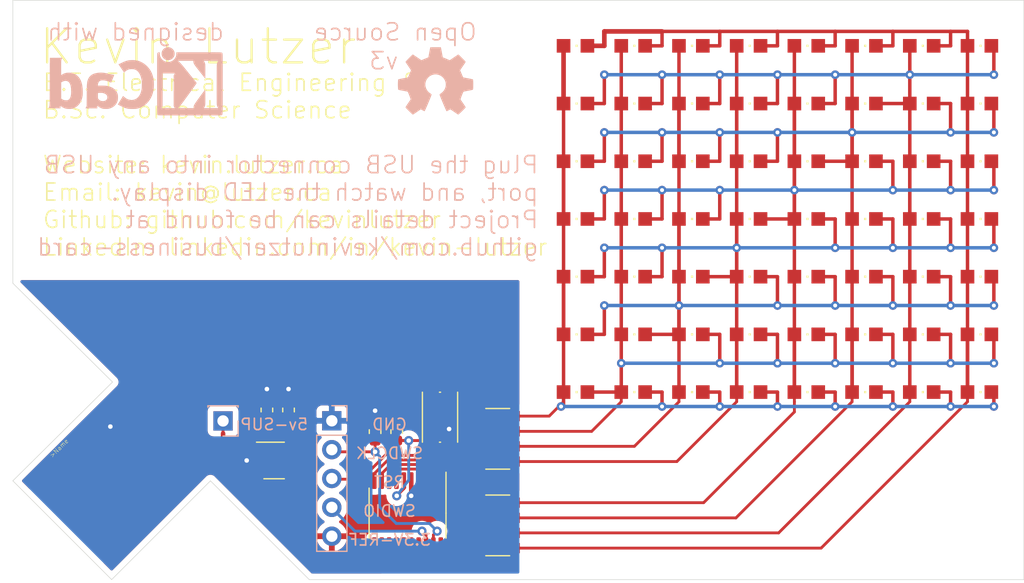
<source format=kicad_pcb>
(kicad_pcb (version 20171130) (host pcbnew "(5.1.5-0-10_14)")
  (layers (0 Top signal) (1 Route2 signal) (2 Route3 signal) (3 Route4 signal) (4 Route5 signal) (5 Route6 signal) (6 Route7 signal) (7 Route8 signal) (8 Route9 signal) (9 Route10 signal) (10 Route11 signal) (11 Route12 signal) (12 Route13 signal) (13 Route14 signal) (14 Route15 signal) (31 Bottom signal) (34 B.Paste user) (35 F.Paste user) (36 B.SilkS user) (37 F.SilkS user) (38 B.Mask user) (39 F.Mask user) (44 Edge.Cuts user))
  (net 0 "")
  (net 1 GND)
  (net 2 "Net-(LED1-PadA)")
  (net 3 "Net-(LED10-PadA)")
  (net 4 "Net-(LED11-PadA)")
  (net 5 "Net-(LED12-PadA)")
  (net 6 "Net-(LED13-PadA)")
  (net 7 "Net-(LED14-PadA)")
  (net 8 "Net-(LED10-PadC)")
  (net 9 "Net-(LED1-PadC)")
  (net 10 +5V)
  (net 11 +3V3)
  (net 12 RST)
  (net 13 SWDIO)
  (net 14 PING)
  (net 15 PINF)
  (net 16 PINE)
  (net 17 PIND)
  (net 18 PINC)
  (net 19 PINB)
  (net 20 PINH)
  (net 21 PINA)
  (net 22 SWDCLK-BOOT0)
  (module Symbol:OSHW-Symbol_6.7x6mm_SilkScreen (layer Bottom) (at 141.224 86.614 180)
    (fp_text reference REF** hide)
    (fp_text value OSHW-Symbol_6.7x6mm_SilkScreen hide)
  )
  (module Symbol:KiCad-Logo_6mm_SilkScreen (layer Bottom) (at 114.808 86.614 180)
    (fp_text reference REF** hide)
    (fp_text value KiCad-Logo_6mm_SilkScreen hide)
  )
  (module business_card_v1:USB-A-PCB (layer Top) (at 111.96828 122.5423 45)
    (fp_text reference JP1 hide)
    (fp_text value USBPCB hide)
    (fp_text user >Name (at -1.27 -5.08 45) (layer F.SilkS) (effects (font (size 0.38608 0.38608) (thickness 0.032512)) (justify left bottom)))
    (pad GND smd rect (at -0.2 -3.5 45) (size 7.5 1.5) (layers Top F.Paste F.Mask) (net 1 GND))
    (pad USB_P smd rect (at 0.3 -1 45) (size 6.5 1) (layers Top F.Paste F.Mask))
    (pad USB_M smd rect (at 0.3 1 45) (size 6.5 1) (layers Top F.Paste F.Mask))
    (pad 5V smd rect (at -0.2 3.5 45) (size 7.5 1.5) (layers Top F.Paste F.Mask) (net 10 +5V))
  )
  (module Connector_PinSocket_2.54mm:PinSocket_1x01_P2.54mm_Vertical (layer Bottom) (at 122.5042 116.5352)
    (fp_text reference J2 hide)
    (fp_text value Conn_01x01_Male hide)
    (pad 1 thru_hole rect (at 0 0) (size 1.7 1.7) (drill 1) (layers *.Cu *.Mask) (net 10 +5V))
  )
  (module Button_Switch_SMD:SW_Push_1P1T_NO_CK_KMR2 (layer Top) (at 141.605 116.205 90)
    (fp_text reference SW1 hide)
    (fp_text value SW_SPST hide)
    (pad 2 smd rect (at 2.05 0.8 90) (size 0.9 1) (layers Top F.Paste F.Mask) (net 1 GND))
    (pad 1 smd rect (at 2.05 -0.8 90) (size 0.9 1) (layers Top F.Paste F.Mask) (net 12 RST))
    (pad 2 smd rect (at -2.05 0.8 90) (size 0.9 1) (layers Top F.Paste F.Mask) (net 1 GND))
    (pad 1 smd rect (at -2.05 -0.8 90) (size 0.9 1) (layers Top F.Paste F.Mask) (net 12 RST))
  )
  (module Resistor_SMD:R_0603_1608Metric (layer Top) (at 135.89 117.475 90)
    (fp_text reference R1 hide)
    (fp_text value 10K hide)
    (pad 2 smd roundrect (at 0.7875 0 90) (size 0.875 0.95) (layers Top F.Paste F.Mask) (net 1 GND))
    (pad 1 smd roundrect (at -0.7875 0 90) (size 0.875 0.95) (layers Top F.Paste F.Mask) (net 22 SWDCLK-BOOT0))
  )
  (module Resistor_SMD:R_Array_Convex_4x1206 (layer Top) (at 146.685 125.73)
    (fp_text reference RN2 hide)
    (fp_text value R_Pack04 hide)
    (pad 6 smd rect (at 1.5 0.66) (size 0.9 0.9) (layers Top F.Paste F.Mask) (net 8 "Net-(LED10-PadC)"))
    (pad 5 smd rect (at 1.5 2) (size 0.9 0.9) (layers Top F.Paste F.Mask) (net 9 "Net-(LED1-PadC)"))
    (pad 8 smd rect (at 1.5 -2) (size 0.9 0.9) (layers Top F.Paste F.Mask) (net 6 "Net-(LED13-PadA)"))
    (pad 7 smd rect (at 1.5 -0.66) (size 0.9 0.9) (layers Top F.Paste F.Mask) (net 7 "Net-(LED14-PadA)"))
    (pad 3 smd rect (at -1.5 0.66) (size 0.9 0.9) (layers Top F.Paste F.Mask) (net 14 PING))
    (pad 2 smd rect (at -1.5 -0.66) (size 0.9 0.9) (layers Top F.Paste F.Mask) (net 15 PINF))
    (pad 4 smd rect (at -1.5 2) (size 0.9 0.9) (layers Top F.Paste F.Mask) (net 20 PINH))
    (pad 1 smd rect (at -1.5 -2) (size 0.9 0.9) (layers Top F.Paste F.Mask) (net 16 PINE))
  )
  (module Resistor_SMD:R_Array_Convex_4x1206 (layer Top) (at 146.685 118.11)
    (fp_text reference RN1 hide)
    (fp_text value R_Pack04 hide)
    (pad 6 smd rect (at 1.5 0.66) (size 0.9 0.9) (layers Top F.Paste F.Mask) (net 4 "Net-(LED11-PadA)"))
    (pad 5 smd rect (at 1.5 2) (size 0.9 0.9) (layers Top F.Paste F.Mask) (net 5 "Net-(LED12-PadA)"))
    (pad 8 smd rect (at 1.5 -2) (size 0.9 0.9) (layers Top F.Paste F.Mask) (net 2 "Net-(LED1-PadA)"))
    (pad 7 smd rect (at 1.5 -0.66) (size 0.9 0.9) (layers Top F.Paste F.Mask) (net 3 "Net-(LED10-PadA)"))
    (pad 3 smd rect (at -1.5 0.66) (size 0.9 0.9) (layers Top F.Paste F.Mask) (net 18 PINC))
    (pad 2 smd rect (at -1.5 -0.66) (size 0.9 0.9) (layers Top F.Paste F.Mask) (net 19 PINB))
    (pad 4 smd rect (at -1.5 2) (size 0.9 0.9) (layers Top F.Paste F.Mask) (net 17 PIND))
    (pad 1 smd rect (at -1.5 -2) (size 0.9 0.9) (layers Top F.Paste F.Mask) (net 21 PINA))
  )
  (module Resistor_SMD:R_0603_1608Metric (layer Top) (at 137.795 117.475 90)
    (fp_text reference R10 hide)
    (fp_text value 10K hide)
    (pad 2 smd roundrect (at 0.7875 0 90) (size 0.875 0.95) (layers Top F.Paste F.Mask) (net 11 +3V3))
    (pad 1 smd roundrect (at -0.7875 0 90) (size 0.875 0.95) (layers Top F.Paste F.Mask) (net 12 RST))
  )
  (module Capacitor_SMD:C_0603_1608Metric (layer Top) (at 128.27 115.57 90)
    (fp_text reference C3 hide)
    (fp_text value 1u hide)
    (pad 2 smd roundrect (at 0.7875 0 90) (size 0.875 0.95) (layers Top F.Paste F.Mask) (net 1 GND))
    (pad 1 smd roundrect (at -0.7875 0 90) (size 0.875 0.95) (layers Top F.Paste F.Mask) (net 11 +3V3))
  )
  (module Capacitor_SMD:C_0603_1608Metric (layer Top) (at 126.365 115.57 90)
    (fp_text reference C2 hide)
    (fp_text value 1u hide)
    (pad 1 smd roundrect (at -0.7875 0 90) (size 0.875 0.95) (layers Top F.Paste F.Mask) (net 10 +5V))
    (pad 2 smd roundrect (at 0.7875 0 90) (size 0.875 0.95) (layers Top F.Paste F.Mask) (net 1 GND))
  )
  (module Package_SO:TSSOP-20_4.4x6.5mm_P0.65mm (layer Top) (at 138.7475 124.6505 270)
    (fp_text reference U2 hide)
    (fp_text value STM32G030F6P6 hide)
    (pad 20 smd roundrect (at 2.8625 -2.925 270) (size 1.475 0.4) (layers Top F.Paste F.Mask))
    (pad 19 smd roundrect (at 2.8625 -2.275 270) (size 1.475 0.4) (layers Top F.Paste F.Mask) (net 22 SWDCLK-BOOT0))
    (pad 18 smd roundrect (at 2.8625 -1.625 270) (size 1.475 0.4) (layers Top F.Paste F.Mask) (net 13 SWDIO))
    (pad 17 smd roundrect (at 2.8625 -0.975 270) (size 1.475 0.4) (layers Top F.Paste F.Mask))
    (pad 16 smd roundrect (at 2.8625 -0.325 270) (size 1.475 0.4) (layers Top F.Paste F.Mask))
    (pad 15 smd roundrect (at 2.8625 0.325 270) (size 1.475 0.4) (layers Top F.Paste F.Mask))
    (pad 14 smd roundrect (at 2.8625 0.975 270) (size 1.475 0.4) (layers Top F.Paste F.Mask) (net 20 PINH))
    (pad 13 smd roundrect (at 2.8625 1.625 270) (size 1.475 0.4) (layers Top F.Paste F.Mask) (net 14 PING))
    (pad 12 smd roundrect (at 2.8625 2.275 270) (size 1.475 0.4) (layers Top F.Paste F.Mask) (net 15 PINF))
    (pad 11 smd roundrect (at 2.8625 2.925 270) (size 1.475 0.4) (layers Top F.Paste F.Mask) (net 16 PINE))
    (pad 10 smd roundrect (at -2.8625 2.925 270) (size 1.475 0.4) (layers Top F.Paste F.Mask) (net 17 PIND))
    (pad 9 smd roundrect (at -2.8625 2.275 270) (size 1.475 0.4) (layers Top F.Paste F.Mask) (net 18 PINC))
    (pad 8 smd roundrect (at -2.8625 1.625 270) (size 1.475 0.4) (layers Top F.Paste F.Mask) (net 19 PINB))
    (pad 7 smd roundrect (at -2.8625 0.975 270) (size 1.475 0.4) (layers Top F.Paste F.Mask) (net 21 PINA))
    (pad 6 smd roundrect (at -2.8625 0.325 270) (size 1.475 0.4) (layers Top F.Paste F.Mask) (net 12 RST))
    (pad 5 smd roundrect (at -2.8625 -0.325 270) (size 1.475 0.4) (layers Top F.Paste F.Mask) (net 1 GND))
    (pad 4 smd roundrect (at -2.8625 -0.975 270) (size 1.475 0.4) (layers Top F.Paste F.Mask) (net 11 +3V3))
    (pad 3 smd roundrect (at -2.8625 -1.625 270) (size 1.475 0.4) (layers Top F.Paste F.Mask))
    (pad 2 smd roundrect (at -2.8625 -2.275 270) (size 1.475 0.4) (layers Top F.Paste F.Mask))
    (pad 1 smd roundrect (at -2.8625 -2.925 270) (size 1.475 0.4) (layers Top F.Paste F.Mask))
  )
  (module Package_TO_SOT_SMD:SOT-23-5 (layer Top) (at 127 120.015)
    (fp_text reference U1 hide)
    (fp_text value MIC5504-3.3YM5 hide)
    (pad 5 smd rect (at 1.1 -0.95) (size 1.06 0.65) (layers Top F.Paste F.Mask) (net 11 +3V3))
    (pad 4 smd rect (at 1.1 0.95) (size 1.06 0.65) (layers Top F.Paste F.Mask))
    (pad 3 smd rect (at -1.1 0.95) (size 1.06 0.65) (layers Top F.Paste F.Mask) (net 10 +5V))
    (pad 2 smd rect (at -1.1 0) (size 1.06 0.65) (layers Top F.Paste F.Mask) (net 1 GND))
    (pad 1 smd rect (at -1.1 -0.95) (size 1.06 0.65) (layers Top F.Paste F.Mask) (net 10 +5V))
  )
  (module Connector_PinHeader_2.54mm:PinHeader_1x05_P2.54mm_Vertical (layer Bottom) (at 132.08 116.5225 180)
    (fp_text reference J1 hide)
    (fp_text value Conn_01x05_Male hide)
    (pad 5 thru_hole oval (at 0 -10.16 180) (size 1.7 1.7) (drill 1) (layers *.Cu *.Mask) (net 11 +3V3))
    (pad 4 thru_hole oval (at 0 -7.62 180) (size 1.7 1.7) (drill 1) (layers *.Cu *.Mask) (net 13 SWDIO))
    (pad 3 thru_hole oval (at 0 -5.08 180) (size 1.7 1.7) (drill 1) (layers *.Cu *.Mask) (net 12 RST))
    (pad 2 thru_hole oval (at 0 -2.54 180) (size 1.7 1.7) (drill 1) (layers *.Cu *.Mask) (net 22 SWDCLK-BOOT0))
    (pad 1 thru_hole rect (at 0 0 180) (size 1.7 1.7) (drill 1) (layers *.Cu *.Mask) (net 1 GND))
  )
  (module business_card_v1:CHIPLED_0805 (layer Top) (at 158.6111 88.5936 270)
    (fp_text reference LED10 hide)
    (fp_text value LEDCHIPLED_0805 hide)
    (pad A smd rect (at 0 1.05 270) (size 1.2 1.2) (layers Top F.Paste F.Mask) (net 3 "Net-(LED10-PadA)"))
    (pad C smd rect (at 0 -1.05 270) (size 1.2 1.2) (layers Top F.Paste F.Mask) (net 8 "Net-(LED10-PadC)"))
  )
  (module business_card_v1:CHIPLED_0805 (layer Top) (at 163.6911 88.5936 270)
    (fp_text reference LED11 hide)
    (fp_text value LEDCHIPLED_0805 hide)
    (pad A smd rect (at 0 1.05 270) (size 1.2 1.2) (layers Top F.Paste F.Mask) (net 4 "Net-(LED11-PadA)"))
    (pad C smd rect (at 0 -1.05 270) (size 1.2 1.2) (layers Top F.Paste F.Mask) (net 8 "Net-(LED10-PadC)"))
  )
  (module business_card_v1:CHIPLED_0805 (layer Top) (at 168.7711 88.5936 270)
    (fp_text reference LED12 hide)
    (fp_text value LEDCHIPLED_0805 hide)
    (pad A smd rect (at 0 1.05 270) (size 1.2 1.2) (layers Top F.Paste F.Mask) (net 5 "Net-(LED12-PadA)"))
    (pad C smd rect (at 0 -1.05 270) (size 1.2 1.2) (layers Top F.Paste F.Mask) (net 8 "Net-(LED10-PadC)"))
  )
  (module business_card_v1:CHIPLED_0805 (layer Top) (at 173.8511 88.5936 270)
    (fp_text reference LED13 hide)
    (fp_text value LEDCHIPLED_0805 hide)
    (pad A smd rect (at 0 1.05 270) (size 1.2 1.2) (layers Top F.Paste F.Mask) (net 6 "Net-(LED13-PadA)"))
    (pad C smd rect (at 0 -1.05 270) (size 1.2 1.2) (layers Top F.Paste F.Mask) (net 8 "Net-(LED10-PadC)"))
  )
  (module business_card_v1:CHIPLED_0805 (layer Top) (at 178.9311 88.5936 270)
    (fp_text reference LED14 hide)
    (fp_text value LEDCHIPLED_0805 hide)
    (pad A smd rect (at 0 1.05 270) (size 1.2 1.2) (layers Top F.Paste F.Mask) (net 7 "Net-(LED14-PadA)"))
    (pad C smd rect (at 0 -1.05 270) (size 1.2 1.2) (layers Top F.Paste F.Mask) (net 8 "Net-(LED10-PadC)"))
  )
  (module business_card_v1:CHIPLED_0805 (layer Top) (at 184.0111 88.5936 270)
    (fp_text reference LED15 hide)
    (fp_text value LEDCHIPLED_0805 hide)
    (pad A smd rect (at 0 1.05 270) (size 1.2 1.2) (layers Top F.Paste F.Mask) (net 8 "Net-(LED10-PadC)"))
    (pad C smd rect (at 0 -1.05 270) (size 1.2 1.2) (layers Top F.Paste F.Mask) (net 7 "Net-(LED14-PadA)"))
  )
  (module business_card_v1:CHIPLED_0805 (layer Top) (at 189.0911 88.5936 270)
    (fp_text reference LED16 hide)
    (fp_text value LEDCHIPLED_0805 hide)
    (pad A smd rect (at 0 1.05 270) (size 1.2 1.2) (layers Top F.Paste F.Mask) (net 9 "Net-(LED1-PadC)"))
    (pad C smd rect (at 0 -1.05 270) (size 1.2 1.2) (layers Top F.Paste F.Mask) (net 7 "Net-(LED14-PadA)"))
  )
  (module business_card_v1:CHIPLED_0805 (layer Top) (at 153.5311 93.6736 270)
    (fp_text reference LED17 hide)
    (fp_text value LEDCHIPLED_0805 hide)
    (pad A smd rect (at 0 1.05 270) (size 1.2 1.2) (layers Top F.Paste F.Mask) (net 2 "Net-(LED1-PadA)"))
    (pad C smd rect (at 0 -1.05 270) (size 1.2 1.2) (layers Top F.Paste F.Mask) (net 7 "Net-(LED14-PadA)"))
  )
  (module business_card_v1:CHIPLED_0805 (layer Top) (at 158.6111 93.6736 270)
    (fp_text reference LED18 hide)
    (fp_text value LEDCHIPLED_0805 hide)
    (pad A smd rect (at 0 1.05 270) (size 1.2 1.2) (layers Top F.Paste F.Mask) (net 3 "Net-(LED10-PadA)"))
    (pad C smd rect (at 0 -1.05 270) (size 1.2 1.2) (layers Top F.Paste F.Mask) (net 7 "Net-(LED14-PadA)"))
  )
  (module business_card_v1:CHIPLED_0805 (layer Top) (at 163.6911 93.6736 270)
    (fp_text reference LED19 hide)
    (fp_text value LEDCHIPLED_0805 hide)
    (pad A smd rect (at 0 1.05 270) (size 1.2 1.2) (layers Top F.Paste F.Mask) (net 4 "Net-(LED11-PadA)"))
    (pad C smd rect (at 0 -1.05 270) (size 1.2 1.2) (layers Top F.Paste F.Mask) (net 7 "Net-(LED14-PadA)"))
  )
  (module business_card_v1:CHIPLED_0805 (layer Top) (at 158.6111 83.5136 270)
    (fp_text reference LED2 hide)
    (fp_text value LEDCHIPLED_0805 hide)
    (pad A smd rect (at 0 1.05 270) (size 1.2 1.2) (layers Top F.Paste F.Mask) (net 3 "Net-(LED10-PadA)"))
    (pad C smd rect (at 0 -1.05 270) (size 1.2 1.2) (layers Top F.Paste F.Mask) (net 9 "Net-(LED1-PadC)"))
  )
  (module business_card_v1:CHIPLED_0805 (layer Top) (at 168.7711 93.6736 270)
    (fp_text reference LED20 hide)
    (fp_text value LEDCHIPLED_0805 hide)
    (pad A smd rect (at 0 1.05 270) (size 1.2 1.2) (layers Top F.Paste F.Mask) (net 5 "Net-(LED12-PadA)"))
    (pad C smd rect (at 0 -1.05 270) (size 1.2 1.2) (layers Top F.Paste F.Mask) (net 7 "Net-(LED14-PadA)"))
  )
  (module business_card_v1:CHIPLED_0805 (layer Top) (at 173.8511 93.6736 270)
    (fp_text reference LED21 hide)
    (fp_text value LEDCHIPLED_0805 hide)
    (pad A smd rect (at 0 1.05 270) (size 1.2 1.2) (layers Top F.Paste F.Mask) (net 6 "Net-(LED13-PadA)"))
    (pad C smd rect (at 0 -1.05 270) (size 1.2 1.2) (layers Top F.Paste F.Mask) (net 7 "Net-(LED14-PadA)"))
  )
  (module business_card_v1:CHIPLED_0805 (layer Top) (at 178.9311 93.6736 270)
    (fp_text reference LED22 hide)
    (fp_text value LEDCHIPLED_0805 hide)
    (pad A smd rect (at 0 1.05 270) (size 1.2 1.2) (layers Top F.Paste F.Mask) (net 7 "Net-(LED14-PadA)"))
    (pad C smd rect (at 0 -1.05 270) (size 1.2 1.2) (layers Top F.Paste F.Mask) (net 6 "Net-(LED13-PadA)"))
  )
  (module business_card_v1:CHIPLED_0805 (layer Top) (at 184.0111 93.6736 270)
    (fp_text reference LED23 hide)
    (fp_text value LEDCHIPLED_0805 hide)
    (pad A smd rect (at 0 1.05 270) (size 1.2 1.2) (layers Top F.Paste F.Mask) (net 8 "Net-(LED10-PadC)"))
    (pad C smd rect (at 0 -1.05 270) (size 1.2 1.2) (layers Top F.Paste F.Mask) (net 6 "Net-(LED13-PadA)"))
  )
  (module business_card_v1:CHIPLED_0805 (layer Top) (at 189.0911 93.6736 270)
    (fp_text reference LED24 hide)
    (fp_text value LEDCHIPLED_0805 hide)
    (pad A smd rect (at 0 1.05 270) (size 1.2 1.2) (layers Top F.Paste F.Mask) (net 9 "Net-(LED1-PadC)"))
    (pad C smd rect (at 0 -1.05 270) (size 1.2 1.2) (layers Top F.Paste F.Mask) (net 6 "Net-(LED13-PadA)"))
  )
  (module business_card_v1:CHIPLED_0805 (layer Top) (at 153.5311 98.7536 270)
    (fp_text reference LED25 hide)
    (fp_text value LEDCHIPLED_0805 hide)
    (pad A smd rect (at 0 1.05 270) (size 1.2 1.2) (layers Top F.Paste F.Mask) (net 2 "Net-(LED1-PadA)"))
    (pad C smd rect (at 0 -1.05 270) (size 1.2 1.2) (layers Top F.Paste F.Mask) (net 6 "Net-(LED13-PadA)"))
  )
  (module business_card_v1:CHIPLED_0805 (layer Top) (at 158.6111 98.7536 270)
    (fp_text reference LED26 hide)
    (fp_text value LEDCHIPLED_0805 hide)
    (pad A smd rect (at 0 1.05 270) (size 1.2 1.2) (layers Top F.Paste F.Mask) (net 3 "Net-(LED10-PadA)"))
    (pad C smd rect (at 0 -1.05 270) (size 1.2 1.2) (layers Top F.Paste F.Mask) (net 6 "Net-(LED13-PadA)"))
  )
  (module business_card_v1:CHIPLED_0805 (layer Top) (at 163.6911 98.7536 270)
    (fp_text reference LED27 hide)
    (fp_text value LEDCHIPLED_0805 hide)
    (pad A smd rect (at 0 1.05 270) (size 1.2 1.2) (layers Top F.Paste F.Mask) (net 4 "Net-(LED11-PadA)"))
    (pad C smd rect (at 0 -1.05 270) (size 1.2 1.2) (layers Top F.Paste F.Mask) (net 6 "Net-(LED13-PadA)"))
  )
  (module business_card_v1:CHIPLED_0805 (layer Top) (at 168.7711 98.7536 270)
    (fp_text reference LED28 hide)
    (fp_text value LEDCHIPLED_0805 hide)
    (pad A smd rect (at 0 1.05 270) (size 1.2 1.2) (layers Top F.Paste F.Mask) (net 5 "Net-(LED12-PadA)"))
    (pad C smd rect (at 0 -1.05 270) (size 1.2 1.2) (layers Top F.Paste F.Mask) (net 6 "Net-(LED13-PadA)"))
  )
  (module business_card_v1:CHIPLED_0805 (layer Top) (at 173.8511 98.7536 270)
    (fp_text reference LED29 hide)
    (fp_text value LEDCHIPLED_0805 hide)
    (pad A smd rect (at 0 1.05 270) (size 1.2 1.2) (layers Top F.Paste F.Mask) (net 6 "Net-(LED13-PadA)"))
    (pad C smd rect (at 0 -1.05 270) (size 1.2 1.2) (layers Top F.Paste F.Mask) (net 5 "Net-(LED12-PadA)"))
  )
  (module business_card_v1:CHIPLED_0805 (layer Top) (at 163.6911 83.5136 270)
    (fp_text reference LED3 hide)
    (fp_text value LEDCHIPLED_0805 hide)
    (pad A smd rect (at 0 1.05 270) (size 1.2 1.2) (layers Top F.Paste F.Mask) (net 4 "Net-(LED11-PadA)"))
    (pad C smd rect (at 0 -1.05 270) (size 1.2 1.2) (layers Top F.Paste F.Mask) (net 9 "Net-(LED1-PadC)"))
  )
  (module business_card_v1:CHIPLED_0805 (layer Top) (at 178.9311 98.7536 270)
    (fp_text reference LED30 hide)
    (fp_text value LEDCHIPLED_0805 hide)
    (pad A smd rect (at 0 1.05 270) (size 1.2 1.2) (layers Top F.Paste F.Mask) (net 7 "Net-(LED14-PadA)"))
    (pad C smd rect (at 0 -1.05 270) (size 1.2 1.2) (layers Top F.Paste F.Mask) (net 5 "Net-(LED12-PadA)"))
  )
  (module business_card_v1:CHIPLED_0805 (layer Top) (at 184.0111 98.7536 270)
    (fp_text reference LED31 hide)
    (fp_text value LEDCHIPLED_0805 hide)
    (pad A smd rect (at 0 1.05 270) (size 1.2 1.2) (layers Top F.Paste F.Mask) (net 8 "Net-(LED10-PadC)"))
    (pad C smd rect (at 0 -1.05 270) (size 1.2 1.2) (layers Top F.Paste F.Mask) (net 5 "Net-(LED12-PadA)"))
  )
  (module business_card_v1:CHIPLED_0805 (layer Top) (at 189.0911 98.7536 270)
    (fp_text reference LED32 hide)
    (fp_text value LEDCHIPLED_0805 hide)
    (pad A smd rect (at 0 1.05 270) (size 1.2 1.2) (layers Top F.Paste F.Mask) (net 9 "Net-(LED1-PadC)"))
    (pad C smd rect (at 0 -1.05 270) (size 1.2 1.2) (layers Top F.Paste F.Mask) (net 5 "Net-(LED12-PadA)"))
  )
  (module business_card_v1:CHIPLED_0805 (layer Top) (at 153.5311 103.8336 270)
    (fp_text reference LED33 hide)
    (fp_text value LEDCHIPLED_0805 hide)
    (pad A smd rect (at 0 1.05 270) (size 1.2 1.2) (layers Top F.Paste F.Mask) (net 2 "Net-(LED1-PadA)"))
    (pad C smd rect (at 0 -1.05 270) (size 1.2 1.2) (layers Top F.Paste F.Mask) (net 5 "Net-(LED12-PadA)"))
  )
  (module business_card_v1:CHIPLED_0805 (layer Top) (at 158.6111 103.8336 270)
    (fp_text reference LED34 hide)
    (fp_text value LEDCHIPLED_0805 hide)
    (pad A smd rect (at 0 1.05 270) (size 1.2 1.2) (layers Top F.Paste F.Mask) (net 3 "Net-(LED10-PadA)"))
    (pad C smd rect (at 0 -1.05 270) (size 1.2 1.2) (layers Top F.Paste F.Mask) (net 5 "Net-(LED12-PadA)"))
  )
  (module business_card_v1:CHIPLED_0805 (layer Top) (at 163.6911 103.8336 270)
    (fp_text reference LED35 hide)
    (fp_text value LEDCHIPLED_0805 hide)
    (pad A smd rect (at 0 1.05 270) (size 1.2 1.2) (layers Top F.Paste F.Mask) (net 4 "Net-(LED11-PadA)"))
    (pad C smd rect (at 0 -1.05 270) (size 1.2 1.2) (layers Top F.Paste F.Mask) (net 5 "Net-(LED12-PadA)"))
  )
  (module business_card_v1:CHIPLED_0805 (layer Top) (at 168.7711 103.8336 270)
    (fp_text reference LED36 hide)
    (fp_text value LEDCHIPLED_0805 hide)
    (pad A smd rect (at 0 1.05 270) (size 1.2 1.2) (layers Top F.Paste F.Mask) (net 5 "Net-(LED12-PadA)"))
    (pad C smd rect (at 0 -1.05 270) (size 1.2 1.2) (layers Top F.Paste F.Mask) (net 4 "Net-(LED11-PadA)"))
  )
  (module business_card_v1:CHIPLED_0805 (layer Top) (at 173.8511 103.8336 270)
    (fp_text reference LED37 hide)
    (fp_text value LEDCHIPLED_0805 hide)
    (pad A smd rect (at 0 1.05 270) (size 1.2 1.2) (layers Top F.Paste F.Mask) (net 6 "Net-(LED13-PadA)"))
    (pad C smd rect (at 0 -1.05 270) (size 1.2 1.2) (layers Top F.Paste F.Mask) (net 4 "Net-(LED11-PadA)"))
  )
  (module business_card_v1:CHIPLED_0805 (layer Top) (at 178.9311 103.8336 270)
    (fp_text reference LED38 hide)
    (fp_text value LEDCHIPLED_0805 hide)
    (pad A smd rect (at 0 1.05 270) (size 1.2 1.2) (layers Top F.Paste F.Mask) (net 7 "Net-(LED14-PadA)"))
    (pad C smd rect (at 0 -1.05 270) (size 1.2 1.2) (layers Top F.Paste F.Mask) (net 4 "Net-(LED11-PadA)"))
  )
  (module business_card_v1:CHIPLED_0805 (layer Top) (at 184.0111 103.8336 270)
    (fp_text reference LED39 hide)
    (fp_text value LEDCHIPLED_0805 hide)
    (pad A smd rect (at 0 1.05 270) (size 1.2 1.2) (layers Top F.Paste F.Mask) (net 8 "Net-(LED10-PadC)"))
    (pad C smd rect (at 0 -1.05 270) (size 1.2 1.2) (layers Top F.Paste F.Mask) (net 4 "Net-(LED11-PadA)"))
  )
  (module business_card_v1:CHIPLED_0805 (layer Top) (at 168.7711 83.5136 270)
    (fp_text reference LED4 hide)
    (fp_text value LEDCHIPLED_0805 hide)
    (pad A smd rect (at 0 1.05 270) (size 1.2 1.2) (layers Top F.Paste F.Mask) (net 5 "Net-(LED12-PadA)"))
    (pad C smd rect (at 0 -1.05 270) (size 1.2 1.2) (layers Top F.Paste F.Mask) (net 9 "Net-(LED1-PadC)"))
  )
  (module business_card_v1:CHIPLED_0805 (layer Top) (at 189.0911 103.8336 270)
    (fp_text reference LED40 hide)
    (fp_text value LEDCHIPLED_0805 hide)
    (pad A smd rect (at 0 1.05 270) (size 1.2 1.2) (layers Top F.Paste F.Mask) (net 9 "Net-(LED1-PadC)"))
    (pad C smd rect (at 0 -1.05 270) (size 1.2 1.2) (layers Top F.Paste F.Mask) (net 4 "Net-(LED11-PadA)"))
  )
  (module business_card_v1:CHIPLED_0805 (layer Top) (at 153.5311 108.9136 270)
    (fp_text reference LED41 hide)
    (fp_text value LEDCHIPLED_0805 hide)
    (pad A smd rect (at 0 1.05 270) (size 1.2 1.2) (layers Top F.Paste F.Mask) (net 2 "Net-(LED1-PadA)"))
    (pad C smd rect (at 0 -1.05 270) (size 1.2 1.2) (layers Top F.Paste F.Mask) (net 4 "Net-(LED11-PadA)"))
  )
  (module business_card_v1:CHIPLED_0805 (layer Top) (at 158.6111 108.9136 270)
    (fp_text reference LED42 hide)
    (fp_text value LEDCHIPLED_0805 hide)
    (pad A smd rect (at 0 1.05 270) (size 1.2 1.2) (layers Top F.Paste F.Mask) (net 3 "Net-(LED10-PadA)"))
    (pad C smd rect (at 0 -1.05 270) (size 1.2 1.2) (layers Top F.Paste F.Mask) (net 4 "Net-(LED11-PadA)"))
  )
  (module business_card_v1:CHIPLED_0805 (layer Top) (at 163.6911 108.9136 270)
    (fp_text reference LED43 hide)
    (fp_text value LEDCHIPLED_0805 hide)
    (pad A smd rect (at 0 1.05 270) (size 1.2 1.2) (layers Top F.Paste F.Mask) (net 4 "Net-(LED11-PadA)"))
    (pad C smd rect (at 0 -1.05 270) (size 1.2 1.2) (layers Top F.Paste F.Mask) (net 3 "Net-(LED10-PadA)"))
  )
  (module business_card_v1:CHIPLED_0805 (layer Top) (at 168.7711 108.9136 270)
    (fp_text reference LED44 hide)
    (fp_text value LEDCHIPLED_0805 hide)
    (pad A smd rect (at 0 1.05 270) (size 1.2 1.2) (layers Top F.Paste F.Mask) (net 5 "Net-(LED12-PadA)"))
    (pad C smd rect (at 0 -1.05 270) (size 1.2 1.2) (layers Top F.Paste F.Mask) (net 3 "Net-(LED10-PadA)"))
  )
  (module business_card_v1:CHIPLED_0805 (layer Top) (at 173.8511 108.9136 270)
    (fp_text reference LED45 hide)
    (fp_text value LEDCHIPLED_0805 hide)
    (pad A smd rect (at 0 1.05 270) (size 1.2 1.2) (layers Top F.Paste F.Mask) (net 6 "Net-(LED13-PadA)"))
    (pad C smd rect (at 0 -1.05 270) (size 1.2 1.2) (layers Top F.Paste F.Mask) (net 3 "Net-(LED10-PadA)"))
  )
  (module business_card_v1:CHIPLED_0805 (layer Top) (at 178.9311 108.9136 270)
    (fp_text reference LED46 hide)
    (fp_text value LEDCHIPLED_0805 hide)
    (pad A smd rect (at 0 1.05 270) (size 1.2 1.2) (layers Top F.Paste F.Mask) (net 7 "Net-(LED14-PadA)"))
    (pad C smd rect (at 0 -1.05 270) (size 1.2 1.2) (layers Top F.Paste F.Mask) (net 3 "Net-(LED10-PadA)"))
  )
  (module business_card_v1:CHIPLED_0805 (layer Top) (at 184.0111 108.9136 270)
    (fp_text reference LED47 hide)
    (fp_text value LEDCHIPLED_0805 hide)
    (pad A smd rect (at 0 1.05 270) (size 1.2 1.2) (layers Top F.Paste F.Mask) (net 8 "Net-(LED10-PadC)"))
    (pad C smd rect (at 0 -1.05 270) (size 1.2 1.2) (layers Top F.Paste F.Mask) (net 3 "Net-(LED10-PadA)"))
  )
  (module business_card_v1:CHIPLED_0805 (layer Top) (at 189.0911 108.9136 270)
    (fp_text reference LED48 hide)
    (fp_text value LEDCHIPLED_0805 hide)
    (pad A smd rect (at 0 1.05 270) (size 1.2 1.2) (layers Top F.Paste F.Mask) (net 9 "Net-(LED1-PadC)"))
    (pad C smd rect (at 0 -1.05 270) (size 1.2 1.2) (layers Top F.Paste F.Mask) (net 3 "Net-(LED10-PadA)"))
  )
  (module business_card_v1:CHIPLED_0805 (layer Top) (at 153.5311 113.9936 270)
    (fp_text reference LED49 hide)
    (fp_text value LEDCHIPLED_0805 hide)
    (pad A smd rect (at 0 1.05 270) (size 1.2 1.2) (layers Top F.Paste F.Mask) (net 2 "Net-(LED1-PadA)"))
    (pad C smd rect (at 0 -1.05 270) (size 1.2 1.2) (layers Top F.Paste F.Mask) (net 3 "Net-(LED10-PadA)"))
  )
  (module business_card_v1:CHIPLED_0805 (layer Top) (at 173.8511 83.5136 270)
    (fp_text reference LED5 hide)
    (fp_text value LEDCHIPLED_0805 hide)
    (pad A smd rect (at 0 1.05 270) (size 1.2 1.2) (layers Top F.Paste F.Mask) (net 6 "Net-(LED13-PadA)"))
    (pad C smd rect (at 0 -1.05 270) (size 1.2 1.2) (layers Top F.Paste F.Mask) (net 9 "Net-(LED1-PadC)"))
  )
  (module business_card_v1:CHIPLED_0805 (layer Top) (at 158.6111 113.9936 270)
    (fp_text reference LED50 hide)
    (fp_text value LEDCHIPLED_0805 hide)
    (pad A smd rect (at 0 1.05 270) (size 1.2 1.2) (layers Top F.Paste F.Mask) (net 3 "Net-(LED10-PadA)"))
    (pad C smd rect (at 0 -1.05 270) (size 1.2 1.2) (layers Top F.Paste F.Mask) (net 2 "Net-(LED1-PadA)"))
  )
  (module business_card_v1:CHIPLED_0805 (layer Top) (at 163.6911 113.9936 270)
    (fp_text reference LED51 hide)
    (fp_text value LEDCHIPLED_0805 hide)
    (pad A smd rect (at 0 1.05 270) (size 1.2 1.2) (layers Top F.Paste F.Mask) (net 4 "Net-(LED11-PadA)"))
    (pad C smd rect (at 0 -1.05 270) (size 1.2 1.2) (layers Top F.Paste F.Mask) (net 2 "Net-(LED1-PadA)"))
  )
  (module business_card_v1:CHIPLED_0805 (layer Top) (at 168.7711 113.9936 270)
    (fp_text reference LED52 hide)
    (fp_text value LEDCHIPLED_0805 hide)
    (pad A smd rect (at 0 1.05 270) (size 1.2 1.2) (layers Top F.Paste F.Mask) (net 5 "Net-(LED12-PadA)"))
    (pad C smd rect (at 0 -1.05 270) (size 1.2 1.2) (layers Top F.Paste F.Mask) (net 2 "Net-(LED1-PadA)"))
  )
  (module business_card_v1:CHIPLED_0805 (layer Top) (at 173.8511 113.9936 270)
    (fp_text reference LED53 hide)
    (fp_text value LEDCHIPLED_0805 hide)
    (pad A smd rect (at 0 1.05 270) (size 1.2 1.2) (layers Top F.Paste F.Mask) (net 6 "Net-(LED13-PadA)"))
    (pad C smd rect (at 0 -1.05 270) (size 1.2 1.2) (layers Top F.Paste F.Mask) (net 2 "Net-(LED1-PadA)"))
  )
  (module business_card_v1:CHIPLED_0805 (layer Top) (at 178.9311 113.9936 270)
    (fp_text reference LED54 hide)
    (fp_text value LEDCHIPLED_0805 hide)
    (pad A smd rect (at 0 1.05 270) (size 1.2 1.2) (layers Top F.Paste F.Mask) (net 7 "Net-(LED14-PadA)"))
    (pad C smd rect (at 0 -1.05 270) (size 1.2 1.2) (layers Top F.Paste F.Mask) (net 2 "Net-(LED1-PadA)"))
  )
  (module business_card_v1:CHIPLED_0805 (layer Top) (at 184.0111 113.9936 270)
    (fp_text reference LED55 hide)
    (fp_text value LEDCHIPLED_0805 hide)
    (pad A smd rect (at 0 1.05 270) (size 1.2 1.2) (layers Top F.Paste F.Mask) (net 8 "Net-(LED10-PadC)"))
    (pad C smd rect (at 0 -1.05 270) (size 1.2 1.2) (layers Top F.Paste F.Mask) (net 2 "Net-(LED1-PadA)"))
  )
  (module business_card_v1:CHIPLED_0805 (layer Top) (at 189.0911 113.9936 270)
    (fp_text reference LED56 hide)
    (fp_text value LEDCHIPLED_0805 hide)
    (pad A smd rect (at 0 1.05 270) (size 1.2 1.2) (layers Top F.Paste F.Mask) (net 9 "Net-(LED1-PadC)"))
    (pad C smd rect (at 0 -1.05 270) (size 1.2 1.2) (layers Top F.Paste F.Mask) (net 2 "Net-(LED1-PadA)"))
  )
  (module business_card_v1:CHIPLED_0805 (layer Top) (at 178.9311 83.5136 270)
    (fp_text reference LED6 hide)
    (fp_text value LEDCHIPLED_0805 hide)
    (pad A smd rect (at 0 1.05 270) (size 1.2 1.2) (layers Top F.Paste F.Mask) (net 7 "Net-(LED14-PadA)"))
    (pad C smd rect (at 0 -1.05 270) (size 1.2 1.2) (layers Top F.Paste F.Mask) (net 9 "Net-(LED1-PadC)"))
  )
  (module business_card_v1:CHIPLED_0805 (layer Top) (at 184.0111 83.5136 270)
    (fp_text reference LED7 hide)
    (fp_text value LEDCHIPLED_0805 hide)
    (pad A smd rect (at 0 1.05 270) (size 1.2 1.2) (layers Top F.Paste F.Mask) (net 8 "Net-(LED10-PadC)"))
    (pad C smd rect (at 0 -1.05 270) (size 1.2 1.2) (layers Top F.Paste F.Mask) (net 9 "Net-(LED1-PadC)"))
  )
  (module business_card_v1:CHIPLED_0805 (layer Top) (at 189.0911 83.5136 270)
    (fp_text reference LED8 hide)
    (fp_text value LEDCHIPLED_0805 hide)
    (pad A smd rect (at 0 1.05 270) (size 1.2 1.2) (layers Top F.Paste F.Mask) (net 9 "Net-(LED1-PadC)"))
    (pad C smd rect (at 0 -1.05 270) (size 1.2 1.2) (layers Top F.Paste F.Mask) (net 8 "Net-(LED10-PadC)"))
  )
  (module business_card_v1:CHIPLED_0805 (layer Top) (at 153.5311 88.5936 270)
    (fp_text reference LED9 hide)
    (fp_text value LEDCHIPLED_0805 hide)
    (pad A smd rect (at 0 1.05 270) (size 1.2 1.2) (layers Top F.Paste F.Mask) (net 2 "Net-(LED1-PadA)"))
    (pad C smd rect (at 0 -1.05 270) (size 1.2 1.2) (layers Top F.Paste F.Mask) (net 8 "Net-(LED10-PadC)"))
  )
  (module business_card_v1:CHIPLED_0805 (layer Top) (at 153.5311 83.5136 270)
    (fp_text reference LED1 hide)
    (fp_text value LEDCHIPLED_0805 hide)
    (pad A smd rect (at 0 1.05 270) (size 1.2 1.2) (layers Top F.Paste F.Mask) (net 2 "Net-(LED1-PadA)"))
    (pad C smd rect (at 0 -1.05 270) (size 1.2 1.2) (layers Top F.Paste F.Mask) (net 9 "Net-(LED1-PadC)"))
  )
  (gr_text 5v-SUP (at 127 116.84) (layer B.SilkS) (effects (font (size 1 1) (thickness 0.14224)) (justify mirror)))
  (gr_text 3.3V-REF (at 137.16 127) (layer B.SilkS) (effects (font (size 1 1)) (justify mirror)))
  (gr_text SWDIO (at 137.16 124.46) (layer B.SilkS) (effects (font (size 1 1) (thickness 0.14224)) (justify mirror)))
  (gr_text RST (at 137.16 121.92) (layer B.SilkS) (effects (font (size 1 1) (thickness 0.14224)) (justify mirror)))
  (gr_text "SWDCLK\n" (at 137.16 119.38) (layer B.SilkS) (effects (font (size 1 1) (thickness 0.14224)) (justify mirror)))
  (gr_text GND (at 137.16 116.84) (layer B.SilkS) (effects (font (size 1 1) (thickness 0.14224)) (justify mirror)))
  (gr_text "Open Source" (at 137.668 82.296) (layer B.SilkS) (effects (font (size 1.5 1.5) (thickness 0.14224)) (justify mirror)))
  (gr_text "designed with" (at 114.808 82.296) (layer B.SilkS) (effects (font (size 1.5 1.5) (thickness 0.14224)) (justify mirror)))
  (gr_text v3 (at 136.652 84.836) (layer B.SilkS) (effects (font (size 1.5 1.5) (thickness 0.14224)) (justify mirror)))
  (gr_line (start 104.0011 79.5036) (end 104.0011 104.41136) (layer Edge.Cuts) (width 0.05))
  (gr_line (start 104.0011 104.41136) (end 112.774953 113.108772) (layer Edge.Cuts) (width 0.05))
  (gr_line (start 112.774953 113.108772) (end 104.0011 121.806188) (layer Edge.Cuts) (width 0.05))
  (gr_line (start 104.0011 121.806188) (end 112.698512 130.5036) (layer Edge.Cuts) (width 0.05))
  (gr_line (start 112.698512 130.5036) (end 121.395928 121.806188) (layer Edge.Cuts) (width 0.05))
  (gr_line (start 121.395928 121.806188) (end 130.09334 130.5036) (layer Edge.Cuts) (width 0.05))
  (gr_line (start 130.09334 130.5036) (end 193.0011 130.5036) (layer Edge.Cuts) (width 0.05))
  (gr_line (start 193.0011 130.5036) (end 193.0011 79.5036) (layer Edge.Cuts) (width 0.05))
  (gr_line (start 193.0011 79.5036) (end 104.0011 79.5036) (layer Edge.Cuts) (width 0.05))
  (gr_text "Kevin Lutzer" (at 106.172 85.344) (layer F.SilkS) (effects (font (size 3 3) (thickness 0.2032)) (justify left bottom)))
  (gr_text "B.E. Electrical Engineering &\nB.Sc. Computer Science\n\nWebsite: kevin.lutzer.ca\nEmail: kevin@lutzer.ca\nGithub: github.com/kevinlutzer\nLinkedIn: linkedin.com/in/kevin-lutzer" (at 106.5411 102.108) (layer F.SilkS) (effects (font (size 1.5 1.5) (thickness 0.14224)) (justify left bottom)))
  (gr_text "Plug the USB connector into any USB\nport, and watch the LED display.\nProject details can be found at \ngithub.com/kevinlutzer/business-card" (at 150.368 102.108) (layer B.SilkS) (effects (font (size 1.5 1.5) (thickness 0.14224)) (justify left bottom mirror)))
  (segment (start 142.405 118.255) (end 142.405 117.2465) (width 0.25) (layer Top) (net 1))
  (segment (start 142.405 117.2465) (end 142.405 114.155) (width 0.25) (layer Top) (net 1))
  (via (at 142.405 117.2465) (size 0.8) (drill 0.4) (layers Top Bottom) (net 1))
  (via (at 126.365 113.7285) (size 0.8) (drill 0.4) (layers Top Bottom) (net 1))
  (via (at 128.27 113.7285) (size 0.8) (drill 0.4) (layers Top Bottom) (net 1))
  (via (at 135.89 115.6335) (size 0.8) (drill 0.4) (layers Top Bottom) (net 1))
  (segment (start 109.334205 120.221548) (end 109.334205 120.218295) (width 0.25) (layer Top) (net 1))
  (segment (start 109.334205 120.218295) (end 109.397705 120.218295) (width 0.25) (layer Top) (net 1))
  (via (at 139.065 123.1265) (size 0.8) (drill 0.4) (layers Top Bottom) (net 1))
  (segment (start 139.0725 123.119) (end 139.065 123.1265) (width 0.4) (layer Top) (net 1))
  (segment (start 139.0725 121.788) (end 139.0725 123.119) (width 0.4) (layer Top) (net 1))
  (segment (start 128.27 114.7825) (end 128.27 113.7285) (width 0.4) (layer Top) (net 1))
  (segment (start 126.365 114.7825) (end 126.365 113.7285) (width 0.4) (layer Top) (net 1))
  (via (at 124.587 120.015) (size 0.8) (drill 0.4) (layers Top Bottom) (net 1))
  (segment (start 135.89 116.6875) (end 135.89 115.6335) (width 0.25) (layer Top) (net 1))
  (via (at 112.5855 117.0305) (size 0.8) (drill 0.4) (layers Top Bottom) (net 1))
  (segment (start 109.334205 120.221548) (end 109.394452 120.221548) (width 0.4) (layer Top) (net 1))
  (segment (start 125.9 120.015) (end 124.587 120.015) (width 0.4) (layer Top) (net 1))
  (segment (start 109.394452 120.221548) (end 112.5855 117.0305) (width 0.4) (layer Top) (net 1))
  (segment (start 152.4811 113.9936) (end 152.4811 108.9136) (width 0.3048) (layer Top) (net 2))
  (segment (start 152.4811 108.9136) (end 152.4811 98.7536) (width 0.3048) (layer Top) (net 2))
  (segment (start 152.4811 113.9936) (end 152.4811 115.2636) (width 0.3048) (layer Top) (net 2))
  (segment (start 152.4811 115.2636) (end 152.2611 115.2636) (width 0.3048) (layer Top) (net 2))
  (via (at 152.2611 115.2636) (size 0.7564) (drill 0.35) (layers Top Bottom) (net 2))
  (segment (start 190.3611 115.2636) (end 186.5511 115.2636) (width 0.3048) (layer Bottom) (net 2))
  (segment (start 186.5511 115.2636) (end 181.4711 115.2636) (width 0.3048) (layer Bottom) (net 2))
  (segment (start 181.4711 115.2636) (end 176.3911 115.2636) (width 0.3048) (layer Bottom) (net 2))
  (segment (start 176.3911 115.2636) (end 171.3111 115.2636) (width 0.3048) (layer Bottom) (net 2))
  (segment (start 171.3111 115.2636) (end 166.2311 115.2636) (width 0.3048) (layer Bottom) (net 2))
  (segment (start 161.1511 115.2636) (end 152.2611 115.2636) (width 0.3048) (layer Bottom) (net 2))
  (via (at 190.3611 115.2636) (size 0.7564) (drill 0.35) (layers Top Bottom) (net 2))
  (segment (start 159.6611 113.9936) (end 161.1511 113.9936) (width 0.3048) (layer Top) (net 2))
  (segment (start 161.1511 113.9936) (end 161.1511 115.2636) (width 0.3048) (layer Top) (net 2))
  (via (at 161.1511 115.2636) (size 0.7564) (drill 0.35) (layers Top Bottom) (net 2))
  (segment (start 161.1511 115.2636) (end 166.2311 115.2636) (width 0.3048) (layer Bottom) (net 2))
  (segment (start 164.7411 113.9936) (end 166.2311 113.9936) (width 0.3048) (layer Top) (net 2))
  (segment (start 166.2311 113.9936) (end 166.2311 115.2636) (width 0.3048) (layer Top) (net 2))
  (via (at 166.2311 115.2636) (size 0.7564) (drill 0.35) (layers Top Bottom) (net 2))
  (segment (start 169.8211 113.9936) (end 171.3111 113.9936) (width 0.3048) (layer Top) (net 2))
  (segment (start 171.3111 113.9936) (end 171.3111 115.2636) (width 0.3048) (layer Top) (net 2))
  (via (at 171.3111 115.2636) (size 0.7564) (drill 0.35) (layers Top Bottom) (net 2))
  (segment (start 174.9011 113.9936) (end 176.3911 113.9936) (width 0.3048) (layer Top) (net 2))
  (segment (start 176.3911 113.9936) (end 176.3911 115.2636) (width 0.3048) (layer Top) (net 2))
  (via (at 176.3911 115.2636) (size 0.7564) (drill 0.35) (layers Top Bottom) (net 2))
  (segment (start 179.9811 113.9936) (end 181.4711 113.9936) (width 0.3048) (layer Top) (net 2))
  (segment (start 181.4711 113.9936) (end 181.4711 115.2636) (width 0.3048) (layer Top) (net 2))
  (via (at 181.4711 115.2636) (size 0.7564) (drill 0.35) (layers Top Bottom) (net 2))
  (segment (start 185.0611 113.9936) (end 186.5511 113.9936) (width 0.3048) (layer Top) (net 2))
  (segment (start 186.5511 113.9936) (end 186.5511 115.2636) (width 0.3048) (layer Top) (net 2))
  (via (at 186.5511 115.2636) (size 0.7564) (drill 0.35) (layers Top Bottom) (net 2))
  (segment (start 152.4811 103.8336) (end 152.4811 108.9136) (width 0.3048) (layer Top) (net 2))
  (segment (start 152.4811 93.6736) (end 152.4811 98.7536) (width 0.3048) (layer Top) (net 2))
  (segment (start 152.4811 98.7536) (end 152.4811 88.5936) (width 0.3048) (layer Top) (net 2))
  (segment (start 190.1411 113.9936) (end 190.3611 114.2136) (width 0.3048) (layer Top) (net 2))
  (segment (start 190.3611 114.2136) (end 190.3611 115.2636) (width 0.3048) (layer Top) (net 2))
  (segment (start 152.4811 83.5136) (end 152.4811 88.5936) (width 0.4064) (layer Top) (net 2))
  (segment (start 152.4811 114.8436) (end 152.4811 113.9936) (width 0.25) (layer Top) (net 2))
  (segment (start 151.2147 116.11) (end 152.4811 114.8436) (width 0.25) (layer Top) (net 2))
  (segment (start 148.185 116.11) (end 151.2147 116.11) (width 0.25) (layer Top) (net 2))
  (via (at 190.3611 111.4536) (size 0.7564) (drill 0.35) (layers Top Bottom) (net 3))
  (segment (start 157.5611 111.4536) (end 157.5611 113.9936) (width 0.3048) (layer Top) (net 3))
  (segment (start 190.3611 111.4536) (end 190.3611 108.9136) (width 0.3048) (layer Top) (net 3))
  (segment (start 190.3611 108.9136) (end 190.1411 108.9136) (width 0.3048) (layer Top) (net 3))
  (segment (start 154.5811 113.9936) (end 157.5611 113.9936) (width 0.3048) (layer Top) (net 3))
  (segment (start 157.5611 108.9136) (end 157.5611 111.4536) (width 0.3048) (layer Top) (net 3))
  (via (at 157.5611 111.4536) (size 0.7564) (drill 0.35) (layers Top Bottom) (net 3))
  (segment (start 157.5611 111.4536) (end 166.2311 111.4536) (width 0.3048) (layer Bottom) (net 3))
  (segment (start 166.2311 111.4536) (end 171.3111 111.4536) (width 0.3048) (layer Bottom) (net 3))
  (segment (start 171.3111 111.4536) (end 176.3911 111.4536) (width 0.3048) (layer Bottom) (net 3))
  (segment (start 176.3911 111.4536) (end 181.4711 111.4536) (width 0.3048) (layer Bottom) (net 3))
  (segment (start 181.4711 111.4536) (end 186.5511 111.4536) (width 0.3048) (layer Bottom) (net 3))
  (segment (start 186.5511 111.4536) (end 190.3611 111.4536) (width 0.3048) (layer Bottom) (net 3))
  (segment (start 164.7411 108.9136) (end 166.2311 108.9136) (width 0.3048) (layer Top) (net 3))
  (segment (start 166.2311 108.9136) (end 166.2311 111.4536) (width 0.3048) (layer Top) (net 3))
  (via (at 166.2311 111.4536) (size 0.7564) (drill 0.35) (layers Top Bottom) (net 3))
  (segment (start 169.8211 108.9136) (end 171.3111 108.9136) (width 0.3048) (layer Top) (net 3))
  (segment (start 171.3111 108.9136) (end 171.3111 111.4536) (width 0.3048) (layer Top) (net 3))
  (via (at 171.3111 111.4536) (size 0.7564) (drill 0.35) (layers Top Bottom) (net 3))
  (segment (start 174.9011 108.9136) (end 176.3911 108.9136) (width 0.3048) (layer Top) (net 3))
  (segment (start 176.3911 108.9136) (end 176.3911 111.4536) (width 0.3048) (layer Top) (net 3))
  (via (at 176.3911 111.4536) (size 0.7564) (drill 0.35) (layers Top Bottom) (net 3))
  (segment (start 179.9811 108.9136) (end 181.4711 108.9136) (width 0.3048) (layer Top) (net 3))
  (segment (start 181.4711 108.9136) (end 181.4711 111.4536) (width 0.3048) (layer Top) (net 3))
  (via (at 181.4711 111.4536) (size 0.7564) (drill 0.35) (layers Top Bottom) (net 3))
  (segment (start 185.0611 108.9136) (end 186.5511 108.9136) (width 0.3048) (layer Top) (net 3))
  (segment (start 186.5511 108.9136) (end 186.5511 111.4536) (width 0.3048) (layer Top) (net 3))
  (via (at 186.5511 111.4536) (size 0.7564) (drill 0.35) (layers Top Bottom) (net 3))
  (segment (start 157.5611 83.5136) (end 157.5611 88.5936) (width 0.3048) (layer Top) (net 3))
  (segment (start 157.5611 88.5936) (end 157.5611 93.6736) (width 0.3048) (layer Top) (net 3))
  (segment (start 157.5611 93.6736) (end 157.5611 98.7536) (width 0.3048) (layer Top) (net 3))
  (segment (start 157.5611 98.7536) (end 157.5611 108.9136) (width 0.3048) (layer Top) (net 3))
  (segment (start 157.5611 103.8336) (end 157.5611 98.7536) (width 0.3048) (layer Top) (net 3))
  (segment (start 157.5611 114.8436) (end 157.5611 113.9936) (width 0.25) (layer Top) (net 3))
  (segment (start 154.9547 117.45) (end 157.5611 114.8436) (width 0.25) (layer Top) (net 3))
  (segment (start 148.185 117.45) (end 154.9547 117.45) (width 0.25) (layer Top) (net 3))
  (segment (start 162.6411 113.9936) (end 162.6411 108.9136) (width 0.3048) (layer Top) (net 4))
  (segment (start 162.6411 106.3736) (end 162.6411 103.8336) (width 0.3048) (layer Top) (net 4))
  (segment (start 162.6411 103.8336) (end 162.6411 93.6736) (width 0.3048) (layer Top) (net 4))
  (segment (start 162.6411 93.6736) (end 162.6411 83.5136) (width 0.3048) (layer Top) (net 4))
  (segment (start 154.5811 108.9136) (end 156.0711 108.9136) (width 0.3048) (layer Top) (net 4))
  (segment (start 156.0711 108.9136) (end 156.0711 106.3736) (width 0.3048) (layer Top) (net 4))
  (via (at 156.0711 106.3736) (size 0.7564) (drill 0.35) (layers Top Bottom) (net 4))
  (segment (start 156.0711 106.3736) (end 162.6411 106.3736) (width 0.3048) (layer Bottom) (net 4))
  (via (at 190.3611 106.3736) (size 0.7564) (drill 0.35) (layers Top Bottom) (net 4))
  (segment (start 162.6411 106.3736) (end 171.3111 106.3736) (width 0.3048) (layer Bottom) (net 4))
  (segment (start 181.4711 106.3736) (end 186.5511 106.3736) (width 0.3048) (layer Bottom) (net 4))
  (segment (start 186.5511 106.3736) (end 190.3611 106.3736) (width 0.3048) (layer Bottom) (net 4))
  (segment (start 190.3611 106.3736) (end 190.3611 103.8336) (width 0.3048) (layer Top) (net 4))
  (segment (start 190.3611 103.8336) (end 190.1411 103.8336) (width 0.3048) (layer Top) (net 4))
  (segment (start 169.8211 103.8336) (end 171.3111 103.8336) (width 0.3048) (layer Top) (net 4))
  (segment (start 171.3111 103.8336) (end 171.3111 106.3736) (width 0.3048) (layer Top) (net 4))
  (via (at 171.3111 106.3736) (size 0.7564) (drill 0.35) (layers Top Bottom) (net 4))
  (segment (start 171.3111 106.3736) (end 176.3911 106.3736) (width 0.3048) (layer Bottom) (net 4))
  (segment (start 174.9011 103.8336) (end 176.3911 103.8336) (width 0.3048) (layer Top) (net 4))
  (segment (start 176.3911 103.8336) (end 176.3911 106.3736) (width 0.3048) (layer Top) (net 4))
  (via (at 176.3911 106.3736) (size 0.7564) (drill 0.35) (layers Top Bottom) (net 4))
  (segment (start 176.3911 106.3736) (end 181.4711 106.3736) (width 0.3048) (layer Bottom) (net 4))
  (segment (start 179.9811 103.8336) (end 181.4711 103.8336) (width 0.3048) (layer Top) (net 4))
  (segment (start 181.4711 103.8336) (end 181.4711 106.3736) (width 0.3048) (layer Top) (net 4))
  (via (at 181.4711 106.3736) (size 0.7564) (drill 0.35) (layers Top Bottom) (net 4))
  (segment (start 185.0611 103.8336) (end 186.5511 103.8336) (width 0.3048) (layer Top) (net 4))
  (segment (start 186.5511 103.8336) (end 186.5511 106.3736) (width 0.3048) (layer Top) (net 4))
  (via (at 186.5511 106.3736) (size 0.7564) (drill 0.35) (layers Top Bottom) (net 4))
  (segment (start 159.6611 108.9136) (end 162.6411 108.9136) (width 0.3048) (layer Top) (net 4))
  (segment (start 162.6411 108.9136) (end 162.6411 106.3736) (width 0.3048) (layer Top) (net 4))
  (via (at 162.6411 106.3736) (size 0.7564) (drill 0.35) (layers Top Bottom) (net 4))
  (segment (start 162.6411 88.5936) (end 162.6411 93.6736) (width 0.3048) (layer Top) (net 4))
  (segment (start 162.6411 103.8336) (end 162.6411 108.9136) (width 0.3048) (layer Top) (net 4))
  (segment (start 162.6411 98.7536) (end 162.6411 103.8336) (width 0.3048) (layer Top) (net 4))
  (segment (start 162.6411 114.8436) (end 162.6411 113.9936) (width 0.25) (layer Top) (net 4))
  (segment (start 158.7147 118.77) (end 162.6411 114.8436) (width 0.25) (layer Top) (net 4))
  (segment (start 148.185 118.77) (end 158.7147 118.77) (width 0.25) (layer Top) (net 4))
  (segment (start 167.7211 83.5136) (end 167.7211 93.6736) (width 0.3048) (layer Top) (net 5))
  (segment (start 167.7211 93.6736) (end 167.7211 101.2936) (width 0.3048) (layer Top) (net 5))
  (segment (start 167.7211 103.8336) (end 167.7211 113.9936) (width 0.3048) (layer Top) (net 5))
  (segment (start 154.5811 103.8336) (end 156.0711 103.8336) (width 0.3048) (layer Top) (net 5))
  (segment (start 156.0711 103.8336) (end 156.0711 101.2936) (width 0.3048) (layer Top) (net 5))
  (via (at 156.0711 101.2936) (size 0.7564) (drill 0.35) (layers Top Bottom) (net 5))
  (segment (start 156.0711 101.2936) (end 161.1511 101.2936) (width 0.3048) (layer Bottom) (net 5))
  (via (at 190.3611 101.2936) (size 0.7564) (drill 0.35) (layers Top Bottom) (net 5))
  (segment (start 161.1511 101.2936) (end 167.7211 101.2936) (width 0.3048) (layer Bottom) (net 5))
  (segment (start 167.7211 101.2936) (end 176.3911 101.2936) (width 0.3048) (layer Bottom) (net 5))
  (segment (start 176.3911 101.2936) (end 181.4711 101.2936) (width 0.3048) (layer Bottom) (net 5))
  (segment (start 181.4711 101.2936) (end 186.5511 101.2936) (width 0.3048) (layer Bottom) (net 5))
  (segment (start 186.5511 101.2936) (end 190.3611 101.2936) (width 0.3048) (layer Bottom) (net 5))
  (segment (start 190.3611 101.2936) (end 190.3611 98.7536) (width 0.3048) (layer Top) (net 5))
  (segment (start 190.3611 98.7536) (end 190.1411 98.7536) (width 0.3048) (layer Top) (net 5))
  (segment (start 185.0611 98.7536) (end 186.5511 98.7536) (width 0.3048) (layer Top) (net 5))
  (segment (start 186.5511 98.7536) (end 186.5511 101.2936) (width 0.3048) (layer Top) (net 5))
  (via (at 186.5511 101.2936) (size 0.7564) (drill 0.35) (layers Top Bottom) (net 5))
  (segment (start 179.9811 98.7536) (end 181.4711 98.7536) (width 0.3048) (layer Top) (net 5))
  (segment (start 181.4711 98.7536) (end 181.4711 101.2936) (width 0.3048) (layer Top) (net 5))
  (via (at 181.4711 101.2936) (size 0.7564) (drill 0.35) (layers Top Bottom) (net 5))
  (segment (start 174.9011 98.7536) (end 176.3911 98.7536) (width 0.3048) (layer Top) (net 5))
  (segment (start 176.3911 98.7536) (end 176.3911 101.2936) (width 0.3048) (layer Top) (net 5))
  (via (at 176.3911 101.2936) (size 0.7564) (drill 0.35) (layers Top Bottom) (net 5))
  (segment (start 159.6611 103.8336) (end 161.1511 103.8336) (width 0.3048) (layer Top) (net 5))
  (segment (start 161.1511 103.8336) (end 161.1511 101.2936) (width 0.3048) (layer Top) (net 5))
  (via (at 161.1511 101.2936) (size 0.7564) (drill 0.35) (layers Top Bottom) (net 5))
  (segment (start 164.7411 103.8336) (end 167.7211 103.8336) (width 0.3048) (layer Top) (net 5))
  (segment (start 167.7211 103.8336) (end 167.7211 101.2936) (width 0.3048) (layer Top) (net 5))
  (via (at 167.7211 101.2936) (size 0.7564) (drill 0.35) (layers Top Bottom) (net 5))
  (segment (start 167.7211 98.7536) (end 167.7211 103.8336) (width 0.3048) (layer Top) (net 5))
  (segment (start 167.7211 88.5936) (end 167.7211 93.6736) (width 0.3048) (layer Top) (net 5))
  (segment (start 167.7211 108.9136) (end 167.7211 113.9936) (width 0.3048) (layer Top) (net 5))
  (segment (start 167.7211 114.8436) (end 167.7211 113.9936) (width 0.25) (layer Top) (net 5))
  (segment (start 162.4547 120.11) (end 167.7211 114.8436) (width 0.25) (layer Top) (net 5))
  (segment (start 148.185 120.11) (end 162.4547 120.11) (width 0.25) (layer Top) (net 5))
  (segment (start 172.8011 113.9936) (end 172.8011 103.8336) (width 0.3048) (layer Top) (net 6))
  (segment (start 172.8011 96.2136) (end 172.8011 93.6736) (width 0.3048) (layer Top) (net 6))
  (segment (start 172.8011 93.6736) (end 172.8011 83.5136) (width 0.3048) (layer Top) (net 6))
  (segment (start 154.5811 98.7536) (end 156.0711 98.7536) (width 0.3048) (layer Top) (net 6))
  (segment (start 156.0711 98.7536) (end 156.0711 96.2136) (width 0.3048) (layer Top) (net 6))
  (via (at 156.0711 96.2136) (size 0.7564) (drill 0.35) (layers Top Bottom) (net 6))
  (via (at 190.3611 96.2136) (size 0.7564) (drill 0.35) (layers Top Bottom) (net 6))
  (segment (start 156.0711 96.2136) (end 161.1511 96.2136) (width 0.3048) (layer Bottom) (net 6))
  (segment (start 161.1511 96.2136) (end 166.2311 96.2136) (width 0.3048) (layer Bottom) (net 6))
  (segment (start 166.2311 96.2136) (end 172.8011 96.2136) (width 0.3048) (layer Bottom) (net 6))
  (segment (start 172.8011 96.2136) (end 181.4711 96.2136) (width 0.3048) (layer Bottom) (net 6))
  (segment (start 181.4711 96.2136) (end 186.5511 96.2136) (width 0.3048) (layer Bottom) (net 6))
  (segment (start 186.5511 96.2136) (end 190.3611 96.2136) (width 0.3048) (layer Bottom) (net 6))
  (segment (start 190.3611 96.2136) (end 190.3611 93.6736) (width 0.3048) (layer Top) (net 6))
  (segment (start 190.3611 93.6736) (end 190.1411 93.6736) (width 0.3048) (layer Top) (net 6))
  (segment (start 185.0611 93.6736) (end 186.5511 93.6736) (width 0.3048) (layer Top) (net 6))
  (segment (start 186.5511 93.6736) (end 186.5511 96.2136) (width 0.3048) (layer Top) (net 6))
  (via (at 186.5511 96.2136) (size 0.7564) (drill 0.35) (layers Top Bottom) (net 6))
  (segment (start 179.9811 93.6736) (end 181.4711 93.6736) (width 0.3048) (layer Top) (net 6))
  (segment (start 181.4711 93.6736) (end 181.4711 96.2136) (width 0.3048) (layer Top) (net 6))
  (via (at 181.4711 96.2136) (size 0.7564) (drill 0.35) (layers Top Bottom) (net 6))
  (segment (start 164.7411 98.7536) (end 166.2311 98.7536) (width 0.3048) (layer Top) (net 6))
  (segment (start 166.2311 98.7536) (end 166.2311 96.2136) (width 0.3048) (layer Top) (net 6))
  (via (at 166.2311 96.2136) (size 0.7564) (drill 0.35) (layers Top Bottom) (net 6))
  (segment (start 169.8211 98.7536) (end 172.8011 98.7536) (width 0.3048) (layer Top) (net 6))
  (via (at 172.8011 96.2136) (size 0.7564) (drill 0.35) (layers Top Bottom) (net 6))
  (segment (start 172.8011 98.7536) (end 172.8011 96.2136) (width 0.3048) (layer Top) (net 6))
  (segment (start 159.6611 98.7536) (end 161.1511 98.7536) (width 0.3048) (layer Top) (net 6))
  (segment (start 161.1511 98.7536) (end 161.1511 96.2136) (width 0.3048) (layer Top) (net 6))
  (via (at 161.1511 96.2136) (size 0.7564) (drill 0.35) (layers Top Bottom) (net 6))
  (segment (start 172.8011 93.6736) (end 172.8011 98.7536) (width 0.3048) (layer Top) (net 6))
  (segment (start 172.8011 98.7536) (end 172.8011 103.8336) (width 0.3048) (layer Top) (net 6))
  (segment (start 172.8011 108.9136) (end 172.8011 113.9936) (width 0.3048) (layer Top) (net 6))
  (segment (start 172.8011 88.5936) (end 172.8011 93.6736) (width 0.3048) (layer Top) (net 6))
  (segment (start 172.8011 114.8436) (end 172.8011 113.9936) (width 0.25) (layer Top) (net 6))
  (segment (start 172.8011 115.7429) (end 172.8011 114.8436) (width 0.25) (layer Top) (net 6))
  (segment (start 164.814 123.73) (end 172.8011 115.7429) (width 0.25) (layer Top) (net 6))
  (segment (start 148.185 123.73) (end 164.814 123.73) (width 0.25) (layer Top) (net 6))
  (segment (start 177.8811 103.8336) (end 177.8811 113.9936) (width 0.3048) (layer Top) (net 7))
  (segment (start 154.5811 93.6736) (end 156.0711 93.6736) (width 0.3048) (layer Top) (net 7))
  (segment (start 156.0711 93.6736) (end 156.0711 91.1336) (width 0.3048) (layer Top) (net 7))
  (via (at 156.0711 91.1336) (size 0.7564) (drill 0.35) (layers Top Bottom) (net 7))
  (segment (start 156.0711 91.1336) (end 161.1511 91.1336) (width 0.3048) (layer Bottom) (net 7))
  (via (at 190.3611 91.1336) (size 0.7564) (drill 0.35) (layers Top Bottom) (net 7))
  (segment (start 161.1511 91.1336) (end 166.2311 91.1336) (width 0.3048) (layer Bottom) (net 7))
  (segment (start 166.2311 91.1336) (end 171.3111 91.1336) (width 0.3048) (layer Bottom) (net 7))
  (segment (start 171.3111 91.1336) (end 177.8811 91.1336) (width 0.3048) (layer Bottom) (net 7))
  (segment (start 177.8811 91.1336) (end 186.5511 91.1336) (width 0.3048) (layer Bottom) (net 7))
  (segment (start 186.5511 91.1336) (end 190.3611 91.1336) (width 0.3048) (layer Bottom) (net 7))
  (segment (start 190.3611 91.1336) (end 190.3611 88.5936) (width 0.3048) (layer Top) (net 7))
  (segment (start 190.3611 88.5936) (end 190.1411 88.5936) (width 0.3048) (layer Top) (net 7))
  (segment (start 185.0611 88.5936) (end 186.5511 88.5936) (width 0.3048) (layer Top) (net 7))
  (segment (start 186.5511 88.5936) (end 186.5511 91.1336) (width 0.3048) (layer Top) (net 7))
  (via (at 186.5511 91.1336) (size 0.7564) (drill 0.35) (layers Top Bottom) (net 7))
  (segment (start 159.6611 93.6736) (end 161.1511 93.6736) (width 0.3048) (layer Top) (net 7))
  (segment (start 161.1511 93.6736) (end 161.1511 91.1336) (width 0.3048) (layer Top) (net 7))
  (via (at 161.1511 91.1336) (size 0.7564) (drill 0.35) (layers Top Bottom) (net 7))
  (segment (start 164.7411 93.6736) (end 166.2311 93.6736) (width 0.3048) (layer Top) (net 7))
  (segment (start 166.2311 93.6736) (end 166.2311 91.1336) (width 0.3048) (layer Top) (net 7))
  (via (at 166.2311 91.1336) (size 0.7564) (drill 0.35) (layers Top Bottom) (net 7))
  (segment (start 169.8211 93.6736) (end 171.3111 93.6736) (width 0.3048) (layer Top) (net 7))
  (segment (start 171.3111 93.6736) (end 171.3111 91.1336) (width 0.3048) (layer Top) (net 7))
  (via (at 171.3111 91.1336) (size 0.7564) (drill 0.35) (layers Top Bottom) (net 7))
  (segment (start 174.9011 93.6736) (end 177.8811 93.6736) (width 0.3048) (layer Top) (net 7))
  (segment (start 177.8811 91.1336) (end 177.8811 83.5136) (width 0.3048) (layer Top) (net 7))
  (segment (start 177.8811 93.6736) (end 177.8811 91.1336) (width 0.3048) (layer Top) (net 7))
  (via (at 177.8811 91.1336) (size 0.7564) (drill 0.35) (layers Top Bottom) (net 7))
  (segment (start 177.8811 88.5936) (end 177.8811 93.6736) (width 0.3048) (layer Top) (net 7))
  (segment (start 177.8811 93.6736) (end 177.8811 98.7536) (width 0.3048) (layer Top) (net 7))
  (segment (start 177.8811 98.7536) (end 177.8811 103.8336) (width 0.3048) (layer Top) (net 7))
  (segment (start 177.8811 108.9136) (end 177.8811 113.9936) (width 0.3048) (layer Top) (net 7))
  (segment (start 177.8811 114.8436) (end 177.8811 113.9936) (width 0.25) (layer Top) (net 7))
  (segment (start 167.6547 125.07) (end 177.8811 114.8436) (width 0.25) (layer Top) (net 7))
  (segment (start 148.185 125.07) (end 167.6547 125.07) (width 0.25) (layer Top) (net 7))
  (segment (start 182.9611 113.9936) (end 182.9611 108.9136) (width 0.3048) (layer Top) (net 8))
  (segment (start 182.9611 98.7536) (end 182.9611 88.5936) (width 0.3048) (layer Top) (net 8))
  (segment (start 182.9611 86.0536) (end 182.9611 83.5136) (width 0.3048) (layer Top) (net 8))
  (segment (start 154.5811 88.5936) (end 156.0711 88.5936) (width 0.3048) (layer Top) (net 8))
  (segment (start 156.0711 88.5936) (end 156.0711 86.0536) (width 0.3048) (layer Top) (net 8))
  (via (at 156.0711 86.0536) (size 0.7564) (drill 0.35) (layers Top Bottom) (net 8))
  (segment (start 156.0711 86.0536) (end 161.1511 86.0536) (width 0.3048) (layer Bottom) (net 8))
  (via (at 190.3611 86.0536) (size 0.7564) (drill 0.35) (layers Top Bottom) (net 8))
  (segment (start 166.2311 86.0536) (end 171.3111 86.0536) (width 0.3048) (layer Bottom) (net 8))
  (segment (start 171.3111 86.0536) (end 176.3911 86.0536) (width 0.3048) (layer Bottom) (net 8))
  (segment (start 176.3911 86.0536) (end 182.9611 86.0536) (width 0.3048) (layer Bottom) (net 8))
  (segment (start 182.9611 86.0536) (end 190.3611 86.0536) (width 0.3048) (layer Bottom) (net 8))
  (segment (start 190.3611 86.0536) (end 190.3611 83.5136) (width 0.3048) (layer Top) (net 8))
  (segment (start 190.3611 83.5136) (end 190.1411 83.5136) (width 0.3048) (layer Top) (net 8))
  (segment (start 159.6611 88.5936) (end 161.1511 88.5936) (width 0.3048) (layer Top) (net 8))
  (segment (start 161.1511 88.5936) (end 161.1511 86.0536) (width 0.3048) (layer Top) (net 8))
  (via (at 161.1511 86.0536) (size 0.7564) (drill 0.35) (layers Top Bottom) (net 8))
  (segment (start 161.1511 86.0536) (end 166.2311 86.0536) (width 0.3048) (layer Bottom) (net 8))
  (segment (start 164.7411 88.5936) (end 166.2311 88.5936) (width 0.3048) (layer Top) (net 8))
  (segment (start 166.2311 88.5936) (end 166.2311 86.0536) (width 0.3048) (layer Top) (net 8))
  (via (at 166.2311 86.0536) (size 0.7564) (drill 0.35) (layers Top Bottom) (net 8))
  (segment (start 169.8211 88.5936) (end 171.3111 88.5936) (width 0.3048) (layer Top) (net 8))
  (segment (start 171.3111 88.5936) (end 171.3111 86.0536) (width 0.3048) (layer Top) (net 8))
  (via (at 171.3111 86.0536) (size 0.7564) (drill 0.35) (layers Top Bottom) (net 8))
  (segment (start 174.9011 88.5936) (end 176.3911 88.5936) (width 0.3048) (layer Top) (net 8))
  (segment (start 176.3911 88.5936) (end 176.3911 86.0536) (width 0.3048) (layer Top) (net 8))
  (via (at 176.3911 86.0536) (size 0.7564) (drill 0.35) (layers Top Bottom) (net 8))
  (segment (start 179.9811 88.5936) (end 182.9611 88.5936) (width 0.3048) (layer Top) (net 8))
  (segment (start 182.9611 88.5936) (end 182.9611 86.0536) (width 0.3048) (layer Top) (net 8))
  (via (at 182.9611 86.0536) (size 0.7564) (drill 0.35) (layers Top Bottom) (net 8))
  (segment (start 182.9611 103.8336) (end 182.9611 108.9136) (width 0.3048) (layer Top) (net 8))
  (segment (start 182.9611 98.7536) (end 182.9611 103.8336) (width 0.3048) (layer Top) (net 8))
  (segment (start 182.9611 93.6736) (end 182.9611 98.7536) (width 0.3048) (layer Top) (net 8))
  (segment (start 182.9611 114.8436) (end 182.9611 113.9936) (width 0.25) (layer Top) (net 8))
  (segment (start 171.4147 126.39) (end 182.9611 114.8436) (width 0.25) (layer Top) (net 8))
  (segment (start 148.185 126.39) (end 171.4147 126.39) (width 0.25) (layer Top) (net 8))
  (segment (start 188.0411 103.8336) (end 188.0411 113.9936) (width 0.3048) (layer Top) (net 9))
  (segment (start 188.0411 83.5136) (end 188.0411 82.2436) (width 0.3048) (layer Top) (net 9))
  (segment (start 188.0411 82.2436) (end 186.5511 82.2436) (width 0.3048) (layer Top) (net 9))
  (segment (start 186.5511 82.2436) (end 181.4711 82.2436) (width 0.3048) (layer Top) (net 9))
  (segment (start 181.4711 82.2436) (end 176.3911 82.2436) (width 0.3048) (layer Top) (net 9))
  (segment (start 176.3911 82.2436) (end 171.3111 82.2436) (width 0.3048) (layer Top) (net 9))
  (segment (start 171.3111 82.2436) (end 166.2311 82.2436) (width 0.3048) (layer Top) (net 9))
  (segment (start 166.2311 82.2436) (end 161.1511 82.2436) (width 0.3048) (layer Top) (net 9))
  (segment (start 159.6611 83.5136) (end 161.1511 83.5136) (width 0.3048) (layer Top) (net 9))
  (segment (start 161.1511 83.5136) (end 161.1511 82.2436) (width 0.3048) (layer Top) (net 9))
  (segment (start 164.7411 83.5136) (end 166.2311 83.5136) (width 0.3048) (layer Top) (net 9))
  (segment (start 166.2311 83.5136) (end 166.2311 82.2436) (width 0.3048) (layer Top) (net 9))
  (segment (start 169.8211 83.5136) (end 171.3111 83.5136) (width 0.3048) (layer Top) (net 9))
  (segment (start 171.3111 83.5136) (end 171.3111 82.2436) (width 0.3048) (layer Top) (net 9))
  (segment (start 174.9011 83.5136) (end 176.3911 83.5136) (width 0.3048) (layer Top) (net 9))
  (segment (start 176.3911 83.5136) (end 176.3911 82.2436) (width 0.3048) (layer Top) (net 9))
  (segment (start 179.9811 83.5136) (end 181.4711 83.5136) (width 0.3048) (layer Top) (net 9))
  (segment (start 181.4711 83.5136) (end 181.4711 82.2436) (width 0.3048) (layer Top) (net 9))
  (segment (start 185.0611 83.5136) (end 186.5511 83.5136) (width 0.3048) (layer Top) (net 9))
  (segment (start 186.5511 83.5136) (end 186.5511 82.2436) (width 0.3048) (layer Top) (net 9))
  (segment (start 188.0411 83.5136) (end 188.0411 88.5936) (width 0.3048) (layer Top) (net 9))
  (segment (start 188.0411 88.5936) (end 188.0411 93.6736) (width 0.3048) (layer Top) (net 9))
  (segment (start 188.0411 93.6736) (end 188.0411 98.7536) (width 0.3048) (layer Top) (net 9))
  (segment (start 188.0411 98.7536) (end 188.0411 103.8336) (width 0.3048) (layer Top) (net 9))
  (segment (start 188.0411 108.9136) (end 188.0411 113.9936) (width 0.3048) (layer Top) (net 9))
  (segment (start 154.5811 83.5136) (end 156.0711 83.5136) (width 0.4064) (layer Top) (net 9))
  (segment (start 156.0711 82.2436) (end 161.1511 82.2436) (width 0.4064) (layer Top) (net 9))
  (segment (start 156.0711 83.5136) (end 156.0711 82.2436) (width 0.4064) (layer Top) (net 9))
  (segment (start 188.0411 114.8436) (end 188.0411 113.9936) (width 0.25) (layer Top) (net 9))
  (segment (start 175.1547 127.73) (end 188.0411 114.8436) (width 0.25) (layer Top) (net 9))
  (segment (start 148.185 127.73) (end 175.1547 127.73) (width 0.25) (layer Top) (net 9))
  (segment (start 114.283952 125.171295) (end 114.283952 125.111048) (width 0.25) (layer Top) (net 10))
  (segment (start 125.9 119.065) (end 125.9 118.2575) (width 0.4) (layer Top) (net 10))
  (segment (start 126.365 117.7925) (end 126.365 116.3575) (width 0.4) (layer Top) (net 10))
  (segment (start 125.9 118.2575) (end 126.365 117.7925) (width 0.4) (layer Top) (net 10))
  (segment (start 114.283952 125.171295) (end 114.287205 125.171295) (width 0.4) (layer Top) (net 10))
  (segment (start 126.83 120.965) (end 127 120.795) (width 0.4) (layer Top) (net 10))
  (segment (start 125.9 120.965) (end 126.83 120.965) (width 0.4) (layer Top) (net 10))
  (segment (start 127 119.235) (end 126.83 119.065) (width 0.4) (layer Top) (net 10))
  (segment (start 126.83 119.065) (end 125.9 119.065) (width 0.4) (layer Top) (net 10))
  (segment (start 127 120.795) (end 127 119.235) (width 0.4) (layer Top) (net 10))
  (segment (start 121.6635 119.065) (end 120.33 119.065) (width 0.4) (layer Top) (net 10))
  (segment (start 120.33 119.065) (end 116.84 122.555) (width 0.4) (layer Top) (net 10))
  (segment (start 122.50674 117.63774) (end 122.50674 119.06758) (width 0.4) (layer Top) (net 10))
  (segment (start 122.5042 116.5352) (end 122.5042 117.6352) (width 0.25) (layer Top) (net 10))
  (segment (start 122.50674 119.06758) (end 125.9 119.065) (width 0.4) (layer Top) (net 10))
  (segment (start 122.5042 117.6352) (end 122.50674 117.63774) (width 0.25) (layer Top) (net 10))
  (segment (start 121.6635 119.065) (end 122.50674 119.06758) (width 0.4) (layer Top) (net 10))
  (segment (start 139.7225 122.5255) (end 140.208 123.011) (width 0.4) (layer Top) (net 11))
  (segment (start 139.7225 121.788) (end 139.7225 122.5255) (width 0.4) (layer Top) (net 11))
  (segment (start 140.208 123.011) (end 140.208 123.3805) (width 0.4) (layer Top) (net 11))
  (via (at 137.795 123.1265) (size 0.8) (drill 0.4) (layers Top Bottom) (net 12))
  (segment (start 140.805 117.555) (end 140.805 114.155) (width 0.25) (layer Top) (net 12))
  (segment (start 140.805 118.255) (end 140.805 117.555) (width 0.25) (layer Top) (net 12))
  (segment (start 140.7975 118.2625) (end 140.805 118.255) (width 0.25) (layer Top) (net 12))
  (segment (start 137.795 118.2625) (end 138.849 118.2625) (width 0.25) (layer Top) (net 12))
  (segment (start 138.849 118.2625) (end 140.7975 118.2625) (width 0.25) (layer Top) (net 12))
  (via (at 138.849 118.2625) (size 0.8) (drill 0.4) (layers Top Bottom) (net 12))
  (segment (start 132.08 121.666) (end 134.673258 121.666) (width 0.25) (layer Top) (net 12))
  (segment (start 138.076758 118.2625) (end 138.849 118.2625) (width 0.25) (layer Top) (net 12))
  (segment (start 134.673258 121.666) (end 138.076758 118.2625) (width 0.25) (layer Top) (net 12))
  (segment (start 138.4225 122.499) (end 137.795 123.1265) (width 0.25) (layer Top) (net 12))
  (segment (start 138.4225 121.788) (end 138.4225 122.499) (width 0.25) (layer Top) (net 12))
  (segment (start 138.849 121.7675) (end 138.849 118.2625) (width 0.25) (layer Bottom) (net 12))
  (segment (start 138.811 121.793) (end 138.849 121.7675) (width 0.25) (layer Bottom) (net 12))
  (segment (start 137.795 123.1265) (end 138.811 121.793) (width 0.25) (layer Bottom) (net 12))
  (via (at 140.0175 126.238) (size 0.8) (drill 0.4) (layers Top Bottom) (net 13))
  (segment (start 140.3725 126.593) (end 140.3725 127.513) (width 0.25) (layer Top) (net 13))
  (segment (start 140.0175 126.238) (end 140.3725 126.593) (width 0.25) (layer Top) (net 13))
  (segment (start 134.112 126.238) (end 140.0175 126.238) (width 0.25) (layer Bottom) (net 13))
  (segment (start 132.08 124.206) (end 134.112 126.238) (width 0.25) (layer Bottom) (net 13))
  (segment (start 145.912401 126.417401) (end 145.885 126.39) (width 0.25) (layer Top) (net 14))
  (segment (start 145.912401 128.401921) (end 145.912401 126.417401) (width 0.25) (layer Top) (net 14))
  (segment (start 145.384002 128.93032) (end 145.912401 128.401921) (width 0.25) (layer Top) (net 14))
  (segment (start 137.80232 128.93032) (end 145.384002 128.93032) (width 0.25) (layer Top) (net 14))
  (segment (start 145.885 126.39) (end 145.185 126.39) (width 0.25) (layer Top) (net 14))
  (segment (start 137.1225 128.2505) (end 137.80232 128.93032) (width 0.25) (layer Top) (net 14))
  (segment (start 137.1225 127.513) (end 137.1225 128.2505) (width 0.25) (layer Top) (net 14))
  (segment (start 145.885 125.07) (end 145.185 125.07) (width 0.25) (layer Top) (net 15))
  (segment (start 146.314811 125.499811) (end 145.885 125.07) (width 0.25) (layer Top) (net 15))
  (segment (start 146.314811 128.568604) (end 146.314811 125.499811) (width 0.25) (layer Top) (net 15))
  (segment (start 145.550685 129.33273) (end 146.314811 128.568604) (width 0.25) (layer Top) (net 15))
  (segment (start 137.55473 129.33273) (end 145.550685 129.33273) (width 0.25) (layer Top) (net 15))
  (segment (start 136.4725 128.2505) (end 137.55473 129.33273) (width 0.25) (layer Top) (net 15))
  (segment (start 136.4725 127.513) (end 136.4725 128.2505) (width 0.25) (layer Top) (net 15))
  (segment (start 146.717221 124.562221) (end 145.885 123.73) (width 0.25) (layer Top) (net 16))
  (segment (start 145.717368 129.73514) (end 146.717221 128.735287) (width 0.25) (layer Top) (net 16))
  (segment (start 137.388047 129.73514) (end 145.717368 129.73514) (width 0.25) (layer Top) (net 16))
  (segment (start 145.885 123.73) (end 145.185 123.73) (width 0.25) (layer Top) (net 16))
  (segment (start 135.8225 128.169592) (end 137.388047 129.73514) (width 0.25) (layer Top) (net 16))
  (segment (start 146.717221 128.735287) (end 146.717221 124.562221) (width 0.25) (layer Top) (net 16))
  (segment (start 135.8225 127.513) (end 135.8225 128.169592) (width 0.25) (layer Top) (net 16))
  (segment (start 142.428881 119.56586) (end 142.97176 120.108739) (width 0.25) (layer Top) (net 17))
  (segment (start 137.423398 119.56586) (end 142.428881 119.56586) (width 0.25) (layer Top) (net 17))
  (segment (start 135.8225 121.166758) (end 137.423398 119.56586) (width 0.25) (layer Top) (net 17))
  (segment (start 135.8225 121.788) (end 135.8225 121.166758) (width 0.25) (layer Top) (net 17))
  (segment (start 142.97176 120.108739) (end 142.94001 120.07699) (width 0.25) (layer Top) (net 17))
  (segment (start 142.97176 120.108739) (end 142.973021 120.11) (width 0.25) (layer Top) (net 17))
  (segment (start 142.973021 120.11) (end 145.185 120.11) (width 0.25) (layer Top) (net 17))
  (segment (start 145.856921 120.837401) (end 145.912401 120.781921) (width 0.25) (layer Top) (net 18))
  (segment (start 145.912401 120.781921) (end 145.912401 118.797401) (width 0.25) (layer Top) (net 18))
  (segment (start 142.2622 119.968272) (end 143.131328 120.837401) (width 0.25) (layer Top) (net 18))
  (segment (start 145.885 118.77) (end 145.185 118.77) (width 0.25) (layer Top) (net 18))
  (segment (start 142.262199 119.96827) (end 142.2622 119.968272) (width 0.25) (layer Top) (net 18))
  (segment (start 145.912401 118.797401) (end 145.885 118.77) (width 0.25) (layer Top) (net 18))
  (segment (start 137.670988 119.96827) (end 142.262199 119.96827) (width 0.25) (layer Top) (net 18))
  (segment (start 136.4725 121.166758) (end 137.670988 119.96827) (width 0.25) (layer Top) (net 18))
  (segment (start 136.4725 121.788) (end 136.4725 121.166758) (width 0.25) (layer Top) (net 18))
  (segment (start 144.846599 120.837401) (end 144.7165 120.837401) (width 0.25) (layer Top) (net 18))
  (segment (start 144.846599 120.837401) (end 145.856921 120.837401) (width 0.25) (layer Top) (net 18))
  (segment (start 143.131328 120.837401) (end 144.846599 120.837401) (width 0.25) (layer Top) (net 18))
  (segment (start 145.885 117.45) (end 145.185 117.45) (width 0.25) (layer Top) (net 19))
  (segment (start 146.314811 120.948604) (end 146.314811 117.879811) (width 0.25) (layer Top) (net 19))
  (segment (start 142.095515 120.37068) (end 142.964645 121.239811) (width 0.25) (layer Top) (net 19))
  (segment (start 137.918578 120.37068) (end 142.095515 120.37068) (width 0.25) (layer Top) (net 19))
  (segment (start 146.314811 117.879811) (end 145.885 117.45) (width 0.25) (layer Top) (net 19))
  (segment (start 146.023604 121.239811) (end 146.314811 120.948604) (width 0.25) (layer Top) (net 19))
  (segment (start 137.1225 121.166758) (end 137.918578 120.37068) (width 0.25) (layer Top) (net 19))
  (segment (start 137.1225 121.788) (end 137.1225 121.166758) (width 0.25) (layer Top) (net 19))
  (segment (start 142.964645 121.239811) (end 146.023604 121.239811) (width 0.25) (layer Top) (net 19))
  (segment (start 145.08709 128.52791) (end 145.185 128.43) (width 0.25) (layer Top) (net 20))
  (segment (start 145.185 128.43) (end 145.185 127.73) (width 0.25) (layer Top) (net 20))
  (segment (start 138.166168 128.52791) (end 145.08709 128.52791) (width 0.25) (layer Top) (net 20))
  (segment (start 137.7725 128.134242) (end 138.166168 128.52791) (width 0.25) (layer Top) (net 20))
  (segment (start 137.7725 127.513) (end 137.7725 128.134242) (width 0.25) (layer Top) (net 20))
  (segment (start 145.885 116.11) (end 145.185 116.11) (width 0.25) (layer Top) (net 21))
  (segment (start 146.717221 121.115287) (end 146.717221 116.942221) (width 0.25) (layer Top) (net 21))
  (segment (start 146.717221 116.942221) (end 145.885 116.11) (width 0.25) (layer Top) (net 21))
  (segment (start 141.928832 120.77309) (end 142.797962 121.642221) (width 0.25) (layer Top) (net 21))
  (segment (start 146.190287 121.642221) (end 146.717221 121.115287) (width 0.25) (layer Top) (net 21))
  (segment (start 138.166168 120.77309) (end 141.928832 120.77309) (width 0.25) (layer Top) (net 21))
  (segment (start 137.7725 121.166758) (end 138.166168 120.77309) (width 0.25) (layer Top) (net 21))
  (segment (start 137.7725 121.788) (end 137.7725 121.166758) (width 0.25) (layer Top) (net 21))
  (segment (start 142.797962 121.642221) (end 146.190287 121.642221) (width 0.25) (layer Top) (net 21))
  (via (at 135.89 119.253) (size 0.8) (drill 0.4) (layers Top Bottom) (net 22))
  (via (at 141.351 126.238) (size 0.8) (drill 0.4) (layers Top Bottom) (net 22))
  (segment (start 135.89 118.2625) (end 135.89 119.253) (width 0.25) (layer Top) (net 22))
  (segment (start 141.0225 126.5665) (end 141.0225 127.513) (width 0.25) (layer Top) (net 22))
  (segment (start 141.351 126.238) (end 141.0225 126.5665) (width 0.25) (layer Top) (net 22))
  (segment (start 132.207 119.253) (end 132.08 119.126) (width 0.25) (layer Top) (net 22))
  (segment (start 135.89 119.253) (end 132.207 119.253) (width 0.25) (layer Top) (net 22))
  (segment (start 137.752599 125.560599) (end 140.673599 125.560599) (width 0.25) (layer Bottom) (net 22))
  (segment (start 136.289999 124.097999) (end 137.752599 125.560599) (width 0.25) (layer Bottom) (net 22))
  (segment (start 140.673599 125.560599) (end 141.351 126.238) (width 0.25) (layer Bottom) (net 22))
  (segment (start 136.289999 119.652999) (end 136.289999 124.097999) (width 0.25) (layer Bottom) (net 22))
  (segment (start 135.89 119.253) (end 136.289999 119.652999) (width 0.25) (layer Bottom) (net 22))
  (zone (net 11) (net_name +3V3) (layer Top) (connect_pads (clearance 0.508)) (min_thickness 0.254) (fill yes (arc_segments 32) (thermal_gap 0.508) (thermal_bridge_width 0.508))
    (polygon (pts (xy 148.59 130.81) (xy 102.87 130.81) (xy 102.87 104.14) (xy 148.59 104.14)))
  )
  (zone (net 1) (net_name GND) (layer Bottom) (connect_pads (clearance 0.508)) (min_thickness 0.254) (fill yes (arc_segments 32) (thermal_gap 0.508) (thermal_bridge_width 0.508))
    (polygon (pts (xy 148.59 130.81) (xy 102.87 130.81) (xy 102.87 104.14) (xy 148.59 104.14)))
  )
)
</source>
